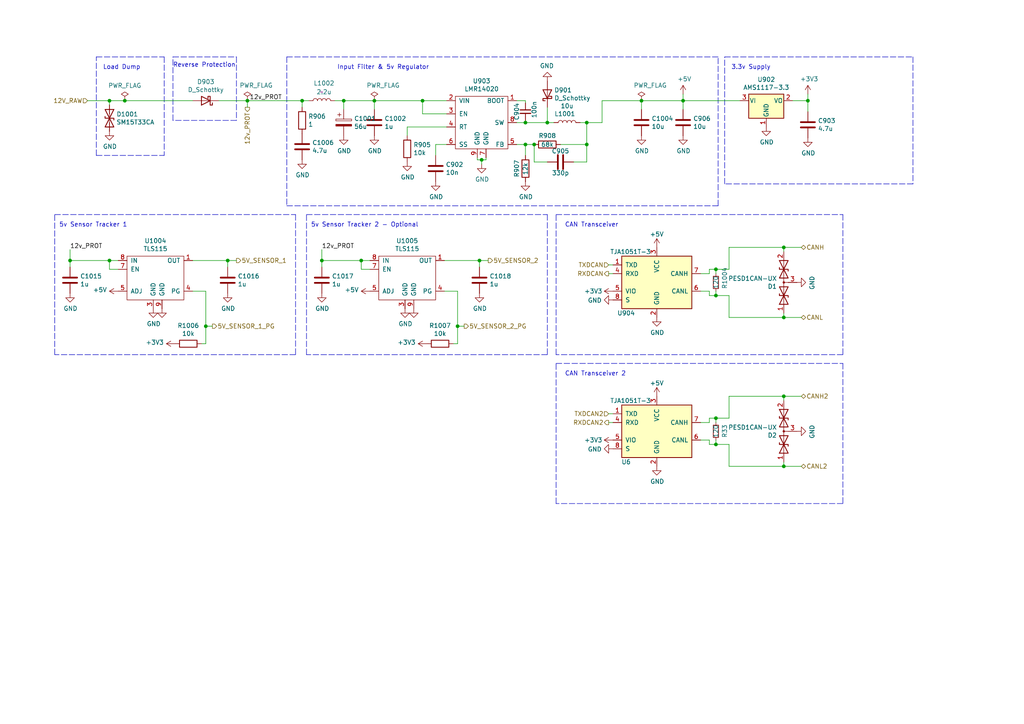
<source format=kicad_sch>
(kicad_sch (version 20211123) (generator eeschema)
  (paper "A4")
  (title_block (title "rusEfi Proteus") (date "2022-04-09") (rev "v0.7") (company "rusEFI") (comment 1 "github.com/mck1117/proteus") (comment 2 "rusefi.com/s/proteus"))
  (lib_symbols
    (symbol "Device:C" (pin_numbers hide) (pin_names (offset 0.254))
      (property "Reference" "C" (at 0.635 2.54 0))
      (property "Value" "C" (at 0.635 -2.54 0))
      (symbol "C_0_1"
        (polyline (pts (xy -2.032 -0.762) (xy 2.032 -0.762)) (stroke (width 0.508)))
        (polyline (pts (xy -2.032 0.762) (xy 2.032 0.762)) (stroke (width 0.508)))
      )
      (symbol "C_1_1"
        (pin passive line (at 0 3.81 270) (length 2.794) (name "~") (number "1"))
        (pin passive line (at 0 -3.81 90) (length 2.794) (name "~") (number "2"))
      )
    )
    (symbol "Device:CP" (pin_numbers hide) (pin_names (offset 0.254))
      (property "Reference" "C" (at 0.635 2.54 0))
      (property "Value" "Device_CP" (at 0.635 -2.54 0))
      (symbol "CP_0_1"
        (rectangle (start -2.286 0.508) (end 2.286 1.016))
        (polyline (pts (xy -1.778 2.286) (xy -0.762 2.286)))
        (polyline (pts (xy -1.27 2.794) (xy -1.27 1.778)))
        (rectangle (start 2.286 -0.508) (end -2.286 -1.016) (fill (type outline)))
      )
      (symbol "CP_1_1"
        (pin passive line (at 0 3.81 270) (length 2.794) (name "~") (number "1"))
        (pin passive line (at 0 -3.81 90) (length 2.794) (name "~") (number "2"))
      )
    )
    (symbol "Device:C_Small" (pin_numbers hide) (pin_names (offset 0.254) hide)
      (property "Reference" "C" (at 0.254 1.778 0))
      (property "Value" "C_Small" (at 0.254 -2.032 0))
      (symbol "C_Small_0_1"
        (polyline (pts (xy -1.524 -0.508) (xy 1.524 -0.508)) (stroke (width 0.3302)))
        (polyline (pts (xy -1.524 0.508) (xy 1.524 0.508)) (stroke (width 0.3048)))
      )
      (symbol "C_Small_1_1"
        (pin passive line (at 0 2.54 270) (length 2.032) (name "~") (number "1"))
        (pin passive line (at 0 -2.54 90) (length 2.032) (name "~") (number "2"))
      )
    )
    (symbol "Device:D_Schottky" (pin_numbers hide) (pin_names (offset 1.016) hide)
      (property "Reference" "D" (at 0 2.54 0))
      (property "Value" "D_Schottky" (at 0 -2.54 0))
      (symbol "D_Schottky_0_1"
        (polyline (pts (xy 1.27 0) (xy -1.27 0)))
        (polyline (pts (xy 1.27 1.27) (xy 1.27 -1.27) (xy -1.27 0) (xy 1.27 1.27)) (stroke (width 0.254)))
        (polyline (pts (xy -1.905 0.635) (xy -1.905 1.27) (xy -1.27 1.27) (xy -1.27 -1.27) (xy -0.635 -1.27) (xy -0.635 -0.635)) (stroke (width 0.254)))
      )
      (symbol "D_Schottky_1_1"
        (pin passive line (at -3.81 0 0) (length 2.54) (name "K") (number "1"))
        (pin passive line (at 3.81 0 180) (length 2.54) (name "A") (number "2"))
      )
    )
    (symbol "Device:D_TVS" (pin_numbers hide) (pin_names (offset 1.016) hide)
      (property "Reference" "D" (at 0 2.54 0))
      (property "Value" "D_TVS" (at 0 -2.54 0))
      (symbol "D_TVS_0_1"
        (polyline (pts (xy 1.27 0) (xy -1.27 0)))
        (polyline (pts (xy 0.508 1.27) (xy 0 1.27) (xy 0 -1.27) (xy -0.508 -1.27)) (stroke (width 0.254)))
        (polyline (pts (xy -2.54 1.27) (xy -2.54 -1.27) (xy 2.54 1.27) (xy 2.54 -1.27) (xy -2.54 1.27)) (stroke (width 0.254)))
      )
      (symbol "D_TVS_1_1"
        (pin passive line (at -3.81 0 0) (length 2.54) (name "A1") (number "1"))
        (pin passive line (at 3.81 0 180) (length 2.54) (name "A2") (number "2"))
      )
    )
    (symbol "Device:D_TVS_x2_AAC" (pin_names (offset 1.016) hide)
      (property "Reference" "D" (at 0 4.445 0))
      (property "Value" "Device_D_TVS_x2_AAC" (at 0 2.54 0))
      (symbol "D_TVS_x2_AAC_0_0"
        (polyline (pts (xy 0 -1.27) (xy 0 0)))
      )
      (symbol "D_TVS_x2_AAC_0_1"
        (polyline (pts (xy -6.35 0) (xy 6.35 0)))
        (polyline (pts (xy -3.302 1.27) (xy -3.81 1.27) (xy -3.81 -1.27) (xy -4.318 -1.27)) (stroke (width 0.254)))
        (polyline (pts (xy 4.318 1.27) (xy 3.81 1.27) (xy 3.81 -1.27) (xy 3.302 -1.27)) (stroke (width 0.254)))
        (polyline (pts (xy -6.35 1.27) (xy -1.27 -1.27) (xy -1.27 1.27) (xy -6.35 -1.27) (xy -6.35 1.27)) (stroke (width 0.254)))
        (polyline (pts (xy 6.35 1.27) (xy 1.27 -1.27) (xy 1.27 1.27) (xy 6.35 -1.27) (xy 6.35 1.27)) (stroke (width 0.254)))
        (circle (center 0 0) (radius 0.254) (fill (type outline)))
      )
      (symbol "D_TVS_x2_AAC_1_1"
        (pin passive line (at -8.89 0 0) (length 2.54) (name "A1") (number "1"))
        (pin passive line (at 8.89 0 180) (length 2.54) (name "A2") (number "2"))
        (pin input line (at 0 -3.81 90) (length 2.54) (name "common") (number "3"))
      )
    )
    (symbol "Device:L" (pin_numbers hide) (pin_names (offset 1.016) hide)
      (property "Reference" "L" (at -1.27 0 90))
      (property "Value" "L" (at 1.905 0 90))
      (symbol "L_0_1"
        (arc (start 0 -2.54) (mid 0.635 -1.905) (end 0 -1.27))
        (arc (start 0 -1.27) (mid 0.635 -0.635) (end 0 0))
        (arc (start 0 0) (mid 0.635 0.635) (end 0 1.27))
        (arc (start 0 1.27) (mid 0.635 1.905) (end 0 2.54))
      )
      (symbol "L_1_1"
        (pin passive line (at 0 3.81 270) (length 1.27) (name "1") (number "1"))
        (pin passive line (at 0 -3.81 90) (length 1.27) (name "2") (number "2"))
      )
    )
    (symbol "Device:R" (pin_numbers hide) (pin_names (offset 0))
      (property "Reference" "R" (at 2.032 0 90))
      (property "Value" "R" (at 0 0 90))
      (symbol "R_0_1"
        (rectangle (start -1.016 -2.54) (end 1.016 2.54) (stroke (width 0.254)))
      )
      (symbol "R_1_1"
        (pin passive line (at 0 3.81 270) (length 1.27) (name "~") (number "1"))
        (pin passive line (at 0 -3.81 90) (length 1.27) (name "~") (number "2"))
      )
    )
    (symbol "Device:R_Small" (pin_numbers hide) (pin_names (offset 0.254) hide)
      (property "Reference" "R" (at 0.762 0.508 0))
      (property "Value" "R_Small" (at 0.762 -1.016 0))
      (symbol "R_Small_0_1"
        (rectangle (start -0.762 1.778) (end 0.762 -1.778) (stroke (width 0.2032)))
      )
      (symbol "R_Small_1_1"
        (pin passive line (at 0 2.54 270) (length 0.762) (name "~") (number "1"))
        (pin passive line (at 0 -2.54 90) (length 0.762) (name "~") (number "2"))
      )
    )
    (symbol "Interface_CAN_LIN:TJA1051T-3" (pin_names (offset 1.016))
      (property "Reference" "U" (at -10.16 8.89 0))
      (property "Value" "TJA1051T-3" (at 1.27 8.89 0))
      (symbol "TJA1051T-3_0_1"
        (rectangle (start -10.16 7.62) (end 10.16 -7.62) (stroke (width 0.254)) (fill (type background)))
      )
      (symbol "TJA1051T-3_1_1"
        (pin input line (at -12.7 5.08 0) (length 2.54) (name "TXD") (number "1"))
        (pin power_in line (at 0 -10.16 90) (length 2.54) (name "GND") (number "2"))
        (pin power_in line (at 0 10.16 270) (length 2.54) (name "VCC") (number "3"))
        (pin output line (at -12.7 2.54 0) (length 2.54) (name "RXD") (number "4"))
        (pin power_in line (at -12.7 -2.54 0) (length 2.54) (name "VIO") (number "5"))
        (pin bidirectional line (at 12.7 -2.54 180) (length 2.54) (name "CANL") (number "6"))
        (pin bidirectional line (at 12.7 2.54 180) (length 2.54) (name "CANH") (number "7"))
        (pin input line (at -12.7 -5.08 0) (length 2.54) (name "S") (number "8"))
      )
    )
    (symbol "Regulator_Linear:AMS1117-3.3" (pin_names (offset 0.254))
      (property "Reference" "U" (at -3.81 3.175 0))
      (property "Value" "AMS1117-3.3" (at 0 3.175 0))
      (symbol "AMS1117-3.3_0_1"
        (rectangle (start -5.08 -5.08) (end 5.08 1.905) (stroke (width 0.254)) (fill (type background)))
      )
      (symbol "AMS1117-3.3_1_1"
        (pin power_in line (at 0 -7.62 90) (length 2.54) (name "GND") (number "1"))
        (pin power_out line (at 7.62 0 180) (length 2.54) (name "VO") (number "2"))
        (pin power_in line (at -7.62 0 0) (length 2.54) (name "VI") (number "3"))
      )
    )
    (symbol "infineon_psu:TLS115" (pin_names (offset 1.016))
      (property "Reference" "U" (at -6.35 -10.16 0))
      (property "Value" "TLS115" (at -3.81 5.08 0))
      (symbol "TLS115_0_1"
        (rectangle (start -7.62 3.81) (end 8.89 -8.89))
      )
      (symbol "TLS115_1_1"
        (pin output line (at 11.43 2.54 180) (length 2.54) (name "OUT") (number "1"))
        (pin no_connect line (at 0 0 0) (length 2.54) hide (name "~") (number "2"))
        (pin power_in line (at 0 -11.43 90) (length 2.54) (name "GND") (number "3"))
        (pin open_collector line (at 11.43 -6.35 180) (length 2.54) (name "PG") (number "4"))
        (pin input line (at -10.16 -6.35 0) (length 2.54) (name "ADJ") (number "5"))
        (pin no_connect line (at 0 -2.54 0) (length 2.54) hide (name "~") (number "6"))
        (pin input line (at -10.16 0 0) (length 2.54) (name "EN") (number "7"))
        (pin power_in line (at -10.16 2.54 0) (length 2.54) (name "IN") (number "8"))
        (pin power_in line (at 2.54 -11.43 90) (length 2.54) (name "GND") (number "9"))
      )
    )
    (symbol "lmr14020:LMR14020" (pin_names (offset 1.016))
      (property "Reference" "U" (at -3.81 -11.43 0))
      (property "Value" "LMR14020" (at 2.54 8.89 0))
      (symbol "LMR14020_0_1"
        (rectangle (start -5.08 -8.89) (end 10.16 6.35))
      )
      (symbol "LMR14020_1_1"
        (pin bidirectional line (at 12.7 5.08 180) (length 2.54) (name "BOOT") (number "1"))
        (pin power_in line (at -7.62 5.08 0) (length 2.54) (name "VIN") (number "2"))
        (pin input line (at -7.62 1.27 0) (length 2.54) (name "EN") (number "3"))
        (pin bidirectional line (at -7.62 -2.54 0) (length 2.54) (name "RT") (number "4"))
        (pin input line (at 12.7 -7.62 180) (length 2.54) (name "FB") (number "5"))
        (pin bidirectional line (at -7.62 -7.62 0) (length 2.54) (name "SS") (number "6"))
        (pin power_in line (at 3.81 -11.43 90) (length 2.54) (name "GND") (number "7"))
        (pin power_out line (at 12.7 -1.27 180) (length 2.54) (name "SW") (number "8"))
        (pin power_in line (at 1.27 -11.43 90) (length 2.54) (name "GND") (number "9"))
      )
    )
    (symbol "power:+3.3V" (power) (pin_names (offset 0))
      (property "Value" "+3.3V" (at 0 3.556 0))
      (symbol "+3.3V_0_1"
        (polyline (pts (xy -0.762 1.27) (xy 0 2.54)))
        (polyline (pts (xy 0 0) (xy 0 2.54)))
        (polyline (pts (xy 0 2.54) (xy 0.762 1.27)))
      )
      (symbol "+3.3V_1_1"
        (pin power_in line (at 0 0 90) (length 0) hide (name "+3V3") (number "1"))
      )
    )
    (symbol "power:+5V" (power) (pin_names (offset 0))
      (property "Value" "+5V" (at 0 3.556 0))
      (symbol "+5V_0_1"
        (polyline (pts (xy -0.762 1.27) (xy 0 2.54)))
        (polyline (pts (xy 0 0) (xy 0 2.54)))
        (polyline (pts (xy 0 2.54) (xy 0.762 1.27)))
      )
      (symbol "+5V_1_1"
        (pin power_in line (at 0 0 90) (length 0) hide (name "+5V") (number "1"))
      )
    )
    (symbol "power:GND" (power) (pin_names (offset 0))
      (property "Value" "GND" (at 0 -3.81 0))
      (symbol "GND_0_1"
        (polyline (pts (xy 0 0) (xy 0 -1.27) (xy 1.27 -1.27) (xy 0 -2.54) (xy -1.27 -1.27) (xy 0 -1.27)))
      )
      (symbol "GND_1_1"
        (pin power_in line (at 0 0 270) (length 0) hide (name "GND") (number "1"))
      )
    )
    (symbol "power:PWR_FLAG" (power) (pin_numbers hide) (pin_names (offset 0) hide)
      (property "Value" "PWR_FLAG" (at 0 3.81 0))
      (symbol "PWR_FLAG_0_0"
        (pin power_out line (at 0 0 90) (length 0) (name "pwr") (number "1"))
      )
      (symbol "PWR_FLAG_0_1"
        (polyline (pts (xy 0 0) (xy 0 1.27) (xy -1.016 1.905) (xy 0 2.54) (xy 1.016 1.905) (xy 0 1.27)))
      )
    )
  )
  (junction (at 36.195 29.21))
  (junction (at 108.585 29.21))
  (junction (at 170.18 35.56))
  (junction (at 122.555 29.21))
  (junction (at 152.4 41.91))
  (junction (at 139.7 46.355))
  (junction (at 207.645 78.105))
  (junction (at 20.32 75.565))
  (junction (at 227.33 114.935))
  (junction (at 207.645 128.905))
  (junction (at 227.33 92.075))
  (junction (at 87.63 29.21))
  (junction (at 66.04 75.565))
  (junction (at 59.69 94.615))
  (junction (at 104.775 75.565))
  (junction (at 158.75 35.56))
  (junction (at 198.12 29.21))
  (junction (at 132.715 94.615))
  (junction (at 186.055 29.21))
  (junction (at 93.345 75.565))
  (junction (at 139.065 75.565))
  (junction (at 99.695 29.21))
  (junction (at 207.645 85.725))
  (junction (at 234.315 29.21))
  (junction (at 31.75 75.565))
  (junction (at 170.18 41.91))
  (junction (at 71.755 29.21))
  (junction (at 152.4 35.56))
  (junction (at 207.645 121.285))
  (junction (at 227.33 71.755))
  (junction (at 154.94 41.91))
  (junction (at 227.33 135.255))
  (junction (at 31.75 29.21))
  (wire (pts (xy 205.74 127.635) (xy 205.74 128.905)))
  (polyline (pts (xy 158.75 102.87) (xy 88.9 102.87)))
  (wire (pts (xy 132.715 84.455) (xy 132.715 94.615)))
  (wire (pts (xy 207.645 121.285) (xy 211.455 121.285)))
  (wire (pts (xy 229.87 29.21) (xy 234.315 29.21)))
  (wire (pts (xy 170.18 41.91) (xy 170.18 46.99)))
  (polyline (pts (xy 161.29 146.05) (xy 161.29 105.41)))
  (wire (pts (xy 227.33 71.755) (xy 211.455 71.755)))
  (polyline (pts (xy 158.75 62.23) (xy 158.75 102.87)))
  (wire (pts (xy 99.695 29.21) (xy 99.695 31.75)))
  (polyline (pts (xy 88.9 62.23) (xy 158.75 62.23)))
  (wire (pts (xy 176.53 122.555) (xy 177.8 122.555)))
  (wire (pts (xy 36.195 29.21) (xy 31.75 29.21)))
  (wire (pts (xy 68.58 75.565) (xy 66.04 75.565)))
  (wire (pts (xy 134.62 94.615) (xy 132.715 94.615)))
  (wire (pts (xy 61.595 94.615) (xy 59.69 94.615)))
  (wire (pts (xy 152.4 41.91) (xy 152.4 45.085)))
  (wire (pts (xy 207.645 78.105) (xy 205.74 78.105)))
  (polyline (pts (xy 50.165 16.51) (xy 68.58 16.51)))
  (wire (pts (xy 152.4 41.91) (xy 154.94 41.91)))
  (wire (pts (xy 152.4 34.925) (xy 152.4 35.56)))
  (wire (pts (xy 205.74 79.375) (xy 205.74 78.105)))
  (wire (pts (xy 232.41 114.935) (xy 227.33 114.935)))
  (wire (pts (xy 211.455 128.905) (xy 207.645 128.905)))
  (wire (pts (xy 140.97 46.355) (xy 140.97 45.72)))
  (wire (pts (xy 108.585 29.21) (xy 122.555 29.21)))
  (polyline (pts (xy 27.94 45.085) (xy 27.94 16.51)))
  (wire (pts (xy 203.2 122.555) (xy 205.74 122.555)))
  (wire (pts (xy 207.645 78.105) (xy 211.455 78.105)))
  (wire (pts (xy 31.75 78.105) (xy 31.75 75.565)))
  (wire (pts (xy 126.365 45.085) (xy 126.365 41.91)))
  (wire (pts (xy 87.63 29.21) (xy 87.63 31.115)))
  (polyline (pts (xy 208.28 16.51) (xy 83.185 16.51)))
  (wire (pts (xy 132.715 99.695) (xy 132.715 94.615)))
  (wire (pts (xy 138.43 46.355) (xy 139.7 46.355)))
  (wire (pts (xy 174.625 35.56) (xy 174.625 29.21)))
  (wire (pts (xy 131.445 99.695) (xy 132.715 99.695)))
  (wire (pts (xy 107.315 78.105) (xy 104.775 78.105)))
  (wire (pts (xy 55.88 75.565) (xy 66.04 75.565)))
  (wire (pts (xy 227.33 71.755) (xy 227.33 73.025)))
  (wire (pts (xy 211.455 85.725) (xy 207.645 85.725)))
  (polyline (pts (xy 88.9 102.87) (xy 88.9 62.23)))
  (wire (pts (xy 227.33 135.255) (xy 211.455 135.255)))
  (polyline (pts (xy 264.795 16.51) (xy 264.795 53.34)))
  (wire (pts (xy 198.12 27.305) (xy 198.12 29.21)))
  (wire (pts (xy 162.56 41.91) (xy 170.18 41.91)))
  (wire (pts (xy 227.33 92.075) (xy 211.455 92.075)))
  (polyline (pts (xy 208.28 59.69) (xy 208.28 16.51)))
  (wire (pts (xy 122.555 29.21) (xy 122.555 33.02)))
  (polyline (pts (xy 210.185 53.34) (xy 210.185 16.51)))
  (wire (pts (xy 170.18 35.56) (xy 174.625 35.56)))
  (wire (pts (xy 152.4 29.21) (xy 152.4 29.845)))
  (wire (pts (xy 139.7 46.355) (xy 140.97 46.355)))
  (polyline (pts (xy 210.185 16.51) (xy 264.795 16.51)))
  (wire (pts (xy 177.8 120.015) (xy 176.53 120.015)))
  (wire (pts (xy 154.94 46.99) (xy 154.94 41.91)))
  (wire (pts (xy 99.695 29.21) (xy 108.585 29.21)))
  (wire (pts (xy 177.8 76.835) (xy 176.53 76.835)))
  (wire (pts (xy 176.53 79.375) (xy 177.8 79.375)))
  (wire (pts (xy 207.645 79.375) (xy 207.645 78.105)))
  (wire (pts (xy 203.2 84.455) (xy 205.74 84.455)))
  (wire (pts (xy 108.585 31.75) (xy 108.585 29.21)))
  (wire (pts (xy 227.33 92.075) (xy 227.33 90.805)))
  (wire (pts (xy 234.315 27.305) (xy 234.315 29.21)))
  (polyline (pts (xy 244.475 105.41) (xy 244.475 146.05)))
  (polyline (pts (xy 47.625 16.51) (xy 47.625 45.085)))
  (wire (pts (xy 118.11 36.83) (xy 129.54 36.83)))
  (wire (pts (xy 55.88 84.455) (xy 59.69 84.455)))
  (polyline (pts (xy 85.725 62.23) (xy 85.725 102.87)))
  (polyline (pts (xy 27.94 16.51) (xy 47.625 16.51)))
  (polyline (pts (xy 83.185 59.69) (xy 208.28 59.69)))
  (wire (pts (xy 58.42 99.695) (xy 59.69 99.695)))
  (wire (pts (xy 227.33 114.935) (xy 227.33 116.205)))
  (wire (pts (xy 227.33 135.255) (xy 227.33 133.985)))
  (wire (pts (xy 207.645 121.285) (xy 205.74 121.285)))
  (wire (pts (xy 186.055 29.21) (xy 198.12 29.21)))
  (wire (pts (xy 63.5 29.21) (xy 71.755 29.21)))
  (wire (pts (xy 198.12 29.21) (xy 198.12 31.75)))
  (wire (pts (xy 232.41 71.755) (xy 227.33 71.755)))
  (wire (pts (xy 118.11 39.37) (xy 118.11 36.83)))
  (wire (pts (xy 97.155 29.21) (xy 99.695 29.21)))
  (polyline (pts (xy 83.185 16.51) (xy 83.185 59.69)))
  (wire (pts (xy 20.32 77.47) (xy 20.32 75.565)))
  (polyline (pts (xy 244.475 146.05) (xy 161.29 146.05)))
  (wire (pts (xy 128.905 75.565) (xy 139.065 75.565)))
  (wire (pts (xy 186.055 29.21) (xy 186.055 31.75)))
  (wire (pts (xy 122.555 29.21) (xy 129.54 29.21)))
  (polyline (pts (xy 161.29 105.41) (xy 244.475 105.41)))
  (wire (pts (xy 34.29 78.105) (xy 31.75 78.105)))
  (wire (pts (xy 149.86 41.91) (xy 152.4 41.91)))
  (wire (pts (xy 211.455 135.255) (xy 211.455 128.905)))
  (wire (pts (xy 31.75 75.565) (xy 34.29 75.565)))
  (wire (pts (xy 87.63 29.21) (xy 89.535 29.21)))
  (wire (pts (xy 93.345 72.39) (xy 93.345 75.565)))
  (wire (pts (xy 211.455 114.935) (xy 211.455 121.285)))
  (wire (pts (xy 139.065 75.565) (xy 139.065 77.47)))
  (wire (pts (xy 93.345 77.47) (xy 93.345 75.565)))
  (wire (pts (xy 126.365 41.91) (xy 129.54 41.91)))
  (wire (pts (xy 31.75 29.21) (xy 31.75 30.48)))
  (wire (pts (xy 170.18 41.91) (xy 170.18 35.56)))
  (wire (pts (xy 207.645 84.455) (xy 207.645 85.725)))
  (wire (pts (xy 207.645 127.635) (xy 207.645 128.905)))
  (polyline (pts (xy 15.875 102.87) (xy 15.875 62.23)))
  (wire (pts (xy 207.645 128.905) (xy 205.74 128.905)))
  (wire (pts (xy 122.555 33.02) (xy 129.54 33.02)))
  (wire (pts (xy 158.75 46.99) (xy 154.94 46.99)))
  (wire (pts (xy 128.905 84.455) (xy 132.715 84.455)))
  (polyline (pts (xy 50.165 34.925) (xy 50.165 16.51)))
  (wire (pts (xy 20.32 75.565) (xy 31.75 75.565)))
  (polyline (pts (xy 15.875 62.23) (xy 85.725 62.23)))
  (wire (pts (xy 232.41 92.075) (xy 227.33 92.075)))
  (polyline (pts (xy 85.725 102.87) (xy 15.875 102.87)))
  (wire (pts (xy 149.86 29.21) (xy 152.4 29.21)))
  (wire (pts (xy 59.69 99.695) (xy 59.69 94.615)))
  (wire (pts (xy 149.86 35.56) (xy 152.4 35.56)))
  (wire (pts (xy 104.775 78.105) (xy 104.775 75.565)))
  (wire (pts (xy 25.4 29.21) (xy 31.75 29.21)))
  (polyline (pts (xy 161.29 62.23) (xy 244.475 62.23)))
  (wire (pts (xy 207.645 85.725) (xy 205.74 85.725)))
  (wire (pts (xy 207.645 122.555) (xy 207.645 121.285)))
  (polyline (pts (xy 27.94 45.085) (xy 47.625 45.085)))
  (wire (pts (xy 168.275 35.56) (xy 170.18 35.56)))
  (wire (pts (xy 55.88 29.21) (xy 36.195 29.21)))
  (wire (pts (xy 71.755 29.21) (xy 87.63 29.21)))
  (wire (pts (xy 174.625 29.21) (xy 186.055 29.21)))
  (polyline (pts (xy 68.58 16.51) (xy 68.58 34.925)))
  (wire (pts (xy 211.455 71.755) (xy 211.455 78.105)))
  (wire (pts (xy 198.12 29.21) (xy 214.63 29.21)))
  (wire (pts (xy 205.74 84.455) (xy 205.74 85.725)))
  (wire (pts (xy 158.75 35.56) (xy 160.655 35.56)))
  (wire (pts (xy 211.455 92.075) (xy 211.455 85.725)))
  (wire (pts (xy 66.04 75.565) (xy 66.04 77.47)))
  (wire (pts (xy 59.69 84.455) (xy 59.69 94.615)))
  (wire (pts (xy 234.315 29.21) (xy 234.315 32.385)))
  (wire (pts (xy 141.605 75.565) (xy 139.065 75.565)))
  (wire (pts (xy 205.74 122.555) (xy 205.74 121.285)))
  (wire (pts (xy 138.43 45.72) (xy 138.43 46.355)))
  (wire (pts (xy 232.41 135.255) (xy 227.33 135.255)))
  (wire (pts (xy 93.345 75.565) (xy 104.775 75.565)))
  (polyline (pts (xy 244.475 102.87) (xy 161.29 102.87)))
  (wire (pts (xy 227.33 114.935) (xy 211.455 114.935)))
  (wire (pts (xy 104.775 75.565) (xy 107.315 75.565)))
  (wire (pts (xy 139.7 47.625) (xy 139.7 46.355)))
  (wire (pts (xy 20.32 72.39) (xy 20.32 75.565)))
  (polyline (pts (xy 68.58 34.925) (xy 50.165 34.925)))
  (wire (pts (xy 203.2 79.375) (xy 205.74 79.375)))
  (wire (pts (xy 170.18 46.99) (xy 166.37 46.99)))
  (wire (pts (xy 152.4 35.56) (xy 158.75 35.56)))
  (wire (pts (xy 203.2 127.635) (xy 205.74 127.635)))
  (wire (pts (xy 158.75 31.115) (xy 158.75 35.56)))
  (wire (pts (xy 71.755 31.115) (xy 71.755 29.21)))
  (polyline (pts (xy 244.475 62.23) (xy 244.475 102.87)))
  (polyline (pts (xy 161.29 102.87) (xy 161.29 62.23)))
  (polyline (pts (xy 264.795 53.34) (xy 210.185 53.34)))
  (text "5v Sensor Tracker 1" (at 17.145 66.04 0) (effects (font (size 1.27 1.27)) (justify left bottom)))
  (text "CAN Transceiver" (at 163.83 66.04 0) (effects (font (size 1.27 1.27)) (justify left bottom)))
  (text "Load Dump" (at 29.845 20.32 0) (effects (font (size 1.27 1.27)) (justify left bottom)))
  (text "Input Filter & 5v Regulator" (at 97.79 20.32 0) (effects (font (size 1.27 1.27)) (justify left bottom)))
  (text "Reverse Protection" (at 50.165 19.685 0) (effects (font (size 1.27 1.27)) (justify left bottom)))
  (text "3.3v Supply" (at 212.09 20.32 0) (effects (font (size 1.27 1.27)) (justify left bottom)))
  (text "5v Sensor Tracker 2 - Optional" (at 90.17 66.04 0) (effects (font (size 1.27 1.27)) (justify left bottom)))
  (text "CAN Transceiver 2" (at 163.83 109.22 0) (effects (font (size 1.27 1.27)) (justify left bottom)))
  (label "12v_PROT" (at 20.32 72.39 0))
  (label "12v_PROT" (at 72.39 29.21 0))
  (label "12v_PROT" (at 93.345 72.39 0))
  (hierarchical_label "RXDCAN" (shape output) (at 176.53 79.375 180))
  (hierarchical_label "5V_SENSOR_2_PG" (shape output) (at 134.62 94.615 0))
  (hierarchical_label "5V_SENSOR_1" (shape output) (at 68.58 75.565 0))
  (hierarchical_label "12V_RAW" (shape input) (at 25.4 29.21 180))
  (hierarchical_label "TXDCAN2" (shape input) (at 176.53 120.015 180))
  (hierarchical_label "12v_PROT" (shape output) (at 71.755 31.115 270))
  (hierarchical_label "CANL" (shape bidirectional) (at 232.41 92.075 0))
  (hierarchical_label "5V_SENSOR_1_PG" (shape output) (at 61.595 94.615 0))
  (hierarchical_label "CANH" (shape bidirectional) (at 232.41 71.755 0))
  (hierarchical_label "CANH2" (shape bidirectional) (at 232.41 114.935 0))
  (hierarchical_label "5V_SENSOR_2" (shape output) (at 141.605 75.565 0))
  (hierarchical_label "TXDCAN" (shape input) (at 176.53 76.835 180))
  (hierarchical_label "CANL2" (shape bidirectional) (at 232.41 135.255 0))
  (hierarchical_label "RXDCAN2" (shape output) (at 176.53 122.555 180))
  (symbol (lib_id "Device:L") (at 164.465 35.56 90) (unit 1)
    (property "Reference" "L1001" (at 163.83 33.02 90))
    (property "Value" "10u" (at 164.465 30.734 90))
    (property "Footprint" "sunlord-MWSA0503:MWSA0503" (effects hide))
    (property "LCSC" "C408412" (effects hide))
    (property "LCSC_ext" "1" (effects hide))
    (property "possible_not_ext" "1" (effects hide))
  )
  (symbol (lib_id "Device:C") (at 186.055 35.56 0) (unit 1)
    (property "Reference" "C1004" (at 188.976 34.3916 0) (effects (justify left)))
    (property "Value" "10u" (at 188.976 36.703 0) (effects (justify left)))
    (property "Footprint" "Capacitor_SMD:C_1206_3216Metric" (effects hide))
    (property "LCSC" "C13585" (effects hide))
    (property "LCSC_ext" "0" (effects hide))
  )
  (symbol (lib_id "power:GND") (at 186.055 39.37 0) (unit 1)
    (property "Reference" "#PWR0102" (effects hide))
    (property "Value" "GND" (at 186.182 43.7642 0))
  )
  (symbol (lib_id "power:GND") (at 99.695 39.37 0) (unit 1)
    (property "Reference" "#PWR0103" (effects hide))
    (property "Value" "GND" (at 99.822 43.7642 0))
  )
  (symbol (lib_id "power:+5V") (at 198.12 27.305 0) (unit 1)
    (property "Reference" "#PWR0105" (effects hide))
    (property "Value" "+5V" (at 198.501 22.9108 0))
  )
  (symbol (lib_id "Device:C") (at 108.585 35.56 0) (unit 1)
    (property "Reference" "C1002" (at 111.506 34.3916 0) (effects (justify left)))
    (property "Value" "1u" (at 111.506 36.703 0) (effects (justify left)))
    (property "Footprint" "Capacitor_SMD:C_0603_1608Metric" (effects hide))
    (property "LCSC" "C15849" (effects hide))
    (property "LCSC_ext" "0" (effects hide))
  )
  (symbol (lib_id "power:GND") (at 108.585 39.37 0) (unit 1)
    (property "Reference" "#PWR0106" (effects hide))
    (property "Value" "GND" (at 108.712 43.7642 0))
  )
  (symbol (lib_id "Device:R_Small") (at 207.645 81.915 0) (mirror y) (unit 1)
    (property "Reference" "R1004" (at 210.185 83.82 90) (effects (justify left)))
    (property "Value" "120" (at 207.645 83.82 90) (effects (justify left)))
    (property "Footprint" "Resistor_SMD:R_0603_1608Metric" (effects hide))
    (property "LCSC" "C22787" (effects hide))
    (property "LCSC_ext" "0" (effects hide))
  )
  (symbol (lib_id "Device:D_TVS") (at 31.75 34.29 270) (unit 1)
    (property "Reference" "D1001" (at 33.7566 33.1216 90) (effects (justify left)))
    (property "Value" "SM15T33CA" (at 33.7566 35.433 90) (effects (justify left)))
    (property "Footprint" "Diode_SMD:D_SMC" (effects hide))
    (property "PN" "SM15T33CA" (effects hide))
    (property "LCSC" "C151281" (effects hide))
    (property "LCSC_ext" "1" (effects hide))
    (property "possible_not_ext" "1" (effects hide))
  )
  (symbol (lib_id "power:GND") (at 31.75 38.1 0) (unit 1)
    (property "Reference" "#PWR01001" (effects hide))
    (property "Value" "GND" (at 31.877 42.4942 0))
  )
  (symbol (lib_id "Device:CP") (at 99.695 35.56 0) (unit 1)
    (property "Reference" "C1001" (at 102.6922 34.3916 0) (effects (justify left)))
    (property "Value" "56u" (at 102.6922 36.703 0) (effects (justify left)))
    (property "Footprint" "Capacitor_THT:CP_Radial_D8.0mm_P3.50mm" (effects hide))
    (property "PN" "EEH-AZF1H560B" (effects hide))
    (property "LCSC" "N/A" (effects hide))
  )
  (symbol (lib_id "power:+3.3V") (at 234.315 27.305 0) (unit 1)
    (property "Reference" "#PWR01017" (effects hide))
    (property "Value" "+3.3V" (at 234.696 22.9108 0))
  )
  (symbol (lib_id "Device:L") (at 93.345 29.21 90) (unit 1)
    (property "Reference" "L1002" (at 93.98 24.13 90))
    (property "Value" "2.2u" (at 93.98 26.67 90))
    (property "Footprint" "Inductor_SMD:L_1210_3225Metric" (effects hide))
    (property "Datasheet" "~" (at 93.345 26.67 90))
    (property "PN" "SRN3015TA-2R2M" (effects hide))
    (property "LCSC" "C36828" (effects hide))
    (property "LCSC_ext" "1" (effects hide))
    (property "possible_not_ext" "1" (effects hide))
  )
  (symbol (lib_id "Device:C") (at 87.63 42.545 0) (unit 1)
    (property "Reference" "C1006" (at 90.551 41.3766 0) (effects (justify left)))
    (property "Value" "4.7u" (at 90.551 43.688 0) (effects (justify left)))
    (property "Footprint" "Capacitor_SMD:C_0603_1608Metric" (effects hide))
    (property "LCSC" "C19666" (effects hide))
    (property "LCSC_ext" "0" (effects hide))
  )
  (symbol (lib_id "power:GND") (at 87.63 46.355 0) (unit 1)
    (property "Reference" "#PWR0111" (effects hide))
    (property "Value" "GND" (at 87.757 50.7492 0))
  )
  (symbol (lib_id "infineon_psu:TLS115") (at 44.45 78.105 0) (unit 1)
    (property "Reference" "U1004" (at 45.085 69.85 0))
    (property "Value" "TLS115" (at 45.085 72.1614 0))
    (property "Footprint" "Package_SO:Infineon_PG-DSO-8-43" (effects hide))
    (property "PN" "TLS115D0E" (effects hide))
    (property "LCSC" "N/A" (effects hide))
  )
  (symbol (lib_id "power:+5V") (at 34.29 84.455 90) (unit 1)
    (property "Reference" "#PWR01028" (effects hide))
    (property "Value" "+5V" (at 31.0388 84.074 90) (effects (justify left)))
  )
  (symbol (lib_id "power:GND") (at 44.45 89.535 0) (unit 1)
    (property "Reference" "#PWR01034" (effects hide))
    (property "Value" "GND" (at 44.577 93.9292 0))
  )
  (symbol (lib_id "power:GND") (at 46.99 89.535 0) (unit 1)
    (property "Reference" "#PWR01035" (effects hide))
    (property "Value" "GND" (effects hide))
  )
  (symbol (lib_id "Device:C") (at 66.04 81.28 0) (unit 1)
    (property "Reference" "C1016" (at 68.961 80.1116 0) (effects (justify left)))
    (property "Value" "1u" (at 68.961 82.423 0) (effects (justify left)))
    (property "Footprint" "Capacitor_SMD:C_0603_1608Metric" (effects hide))
    (property "LCSC" "C15849" (effects hide))
    (property "LCSC_ext" "0" (effects hide))
  )
  (symbol (lib_id "power:GND") (at 66.04 85.09 0) (unit 1)
    (property "Reference" "#PWR01031" (effects hide))
    (property "Value" "GND" (at 66.167 89.4842 0))
  )
  (symbol (lib_id "Device:C") (at 20.32 81.28 0) (unit 1)
    (property "Reference" "C1015" (at 23.241 80.1116 0) (effects (justify left)))
    (property "Value" "1u" (at 23.241 82.423 0) (effects (justify left)))
    (property "Footprint" "Capacitor_SMD:C_0603_1608Metric" (effects hide))
    (property "LCSC" "C15849" (effects hide))
    (property "LCSC_ext" "0" (effects hide))
  )
  (symbol (lib_id "power:GND") (at 20.32 85.09 0) (unit 1)
    (property "Reference" "#PWR01030" (effects hide))
    (property "Value" "GND" (at 20.447 89.4842 0))
  )
  (symbol (lib_id "Device:R") (at 54.61 99.695 270) (unit 1)
    (property "Reference" "R1006" (at 54.61 94.4372 90))
    (property "Value" "10k" (at 54.61 96.7486 90))
    (property "Footprint" "Resistor_SMD:R_0402_1005Metric" (effects hide))
    (property "LCSC" "C25744" (effects hide))
    (property "LCSC_ext" "0" (effects hide))
  )
  (symbol (lib_id "power:+3.3V") (at 50.8 99.695 90) (unit 1)
    (property "Reference" "#PWR01038" (effects hide))
    (property "Value" "+3.3V" (at 47.5488 99.314 90) (effects (justify left)))
  )
  (symbol (lib_id "Device:D_Schottky") (at 59.69 29.21 180) (unit 1)
    (property "Reference" "D903" (at 59.69 23.7236 0))
    (property "Value" "D_Schottky" (at 59.69 26.035 0))
    (property "Footprint" "Diode_SMD:D_SMA" (effects hide))
    (property "LCSC" "C8678" (effects hide))
    (property "LCSC_ext" "0" (effects hide))
  )
  (symbol (lib_id "power:+5V") (at 107.315 84.455 90) (unit 1)
    (property "Reference" "#PWR01029" (effects hide))
    (property "Value" "+5V" (at 104.0638 84.074 90) (effects (justify left)))
  )
  (symbol (lib_id "power:GND") (at 117.475 89.535 0) (unit 1)
    (property "Reference" "#PWR01036" (effects hide))
    (property "Value" "GND" (at 117.602 93.9292 0))
  )
  (symbol (lib_id "power:GND") (at 120.015 89.535 0) (unit 1)
    (property "Reference" "#PWR01037" (effects hide))
    (property "Value" "GND" (effects hide))
  )
  (symbol (lib_id "Device:C") (at 139.065 81.28 0) (unit 1)
    (property "Reference" "C1018" (at 141.986 80.1116 0) (effects (justify left)))
    (property "Value" "1u" (at 141.986 82.423 0) (effects (justify left)))
    (property "Footprint" "Capacitor_SMD:C_0603_1608Metric" (effects hide))
    (property "LCSC" "C15849" (effects hide))
    (property "LCSC_ext" "0" (effects hide))
  )
  (symbol (lib_id "power:GND") (at 139.065 85.09 0) (unit 1)
    (property "Reference" "#PWR01033" (effects hide))
    (property "Value" "GND" (at 139.192 89.4842 0))
  )
  (symbol (lib_id "Device:C") (at 93.345 81.28 0) (unit 1)
    (property "Reference" "C1017" (at 96.266 80.1116 0) (effects (justify left)))
    (property "Value" "1u" (at 96.266 82.423 0) (effects (justify left)))
    (property "Footprint" "Capacitor_SMD:C_0603_1608Metric" (effects hide))
    (property "LCSC" "C15849" (effects hide))
    (property "LCSC_ext" "0" (effects hide))
  )
  (symbol (lib_id "power:GND") (at 93.345 85.09 0) (unit 1)
    (property "Reference" "#PWR01032" (effects hide))
    (property "Value" "GND" (at 93.472 89.4842 0))
  )
  (symbol (lib_id "infineon_psu:TLS115") (at 117.475 78.105 0) (unit 1)
    (property "Reference" "U1005" (at 118.11 69.85 0))
    (property "Value" "TLS115" (at 118.11 72.1614 0))
    (property "Footprint" "Package_SO:Infineon_PG-DSO-8-43" (effects hide))
    (property "PN" "TLS115D0E" (effects hide))
    (property "LCSC" "N/A" (effects hide))
  )
  (symbol (lib_id "power:+3.3V") (at 123.825 99.695 90) (unit 1)
    (property "Reference" "#PWR01039" (effects hide))
    (property "Value" "+3.3V" (at 120.5738 99.314 90) (effects (justify left)))
  )
  (symbol (lib_id "Device:R") (at 127.635 99.695 270) (unit 1)
    (property "Reference" "R1007" (at 127.635 94.4372 90))
    (property "Value" "10k" (at 127.635 96.7486 90))
    (property "Footprint" "Resistor_SMD:R_0402_1005Metric" (effects hide))
    (property "LCSC" "C25744" (effects hide))
    (property "LCSC_ext" "0" (effects hide))
  )
  (symbol (lib_id "Device:C") (at 234.315 36.195 0) (unit 1)
    (property "Reference" "C903" (at 237.236 35.0266 0) (effects (justify left)))
    (property "Value" "4.7u" (at 237.236 37.338 0) (effects (justify left)))
    (property "Footprint" "Capacitor_SMD:C_0603_1608Metric" (effects hide))
    (property "LCSC" "C19666" (effects hide))
    (property "LCSC_ext" "0" (effects hide))
  )
  (symbol (lib_id "power:GND") (at 234.315 40.005 0) (unit 1)
    (property "Reference" "#PWR0243" (effects hide))
    (property "Value" "GND" (at 234.442 44.3992 0))
  )
  (symbol (lib_id "Device:D_TVS_x2_AAC") (at 227.33 81.915 90) (unit 1)
    (property "Reference" "D1" (at 225.3488 83.0834 90) (effects (justify left)))
    (property "Value" "PESD1CAN-UX" (at 225.3488 80.772 90) (effects (justify left)))
    (property "Footprint" "Package_TO_SOT_SMD:SOT-323_SC-70" (effects hide))
    (property "PN" "PESD1CAN-UX" (effects hide))
    (property "LCSC" "C152727" (effects hide))
    (property "LCSC_ext" "1" (effects hide))
  )
  (symbol (lib_id "power:PWR_FLAG") (at 71.755 29.21 0) (unit 1)
    (property "Reference" "#FLG0101" (effects hide))
    (property "Value" "PWR_FLAG" (at 74.295 24.765 0))
  )
  (symbol (lib_id "power:PWR_FLAG") (at 36.195 29.21 0) (unit 1)
    (property "Reference" "#FLG0102" (effects hide))
    (property "Value" "PWR_FLAG" (at 36.195 24.8158 0))
  )
  (symbol (lib_id "power:GND") (at 231.14 81.915 90) (mirror x) (unit 1)
    (property "Reference" "#PWR0253" (effects hide))
    (property "Value" "GND" (at 235.5342 82.042 0))
  )
  (symbol (lib_id "power:PWR_FLAG") (at 108.585 29.21 0) (unit 1)
    (property "Reference" "#FLG0104" (effects hide))
    (property "Value" "PWR_FLAG" (at 111.125 24.765 0))
  )
  (symbol (lib_id "Device:R") (at 87.63 34.925 0) (unit 1)
    (property "Reference" "R906" (at 89.408 33.7566 0) (effects (justify left)))
    (property "Value" "1" (at 89.408 36.068 0) (effects (justify left)))
    (property "Footprint" "Resistor_SMD:R_0402_1005Metric" (effects hide))
    (property "LCSC" "C25086" (effects hide))
    (property "LCSC_ext" "0" (effects hide))
  )
  (symbol (lib_id "lmr14020:LMR14020") (at 137.16 34.29 0) (unit 1)
    (property "Reference" "U903" (at 139.7 23.495 0))
    (property "Value" "LMR14020" (at 139.7 25.8064 0))
    (property "Footprint" "Package_SO:SOIC-8-1EP_3.9x4.9mm_P1.27mm_EP2.29x3mm" (effects hide))
    (property "LCSC" "C187824" (effects hide))
    (property "LCSC_ext" "1" (effects hide))
    (property "PN" "LMR14020" (effects hide))
    (property "possible_not_ext" "0" (effects hide))
  )
  (symbol (lib_id "Device:C_Small") (at 152.4 32.385 0) (unit 1)
    (property "Reference" "C904" (at 149.86 34.925 90) (effects (justify left)))
    (property "Value" "100n" (at 154.94 34.29 90) (effects (justify left)))
    (property "Footprint" "Capacitor_SMD:C_0603_1608Metric" (effects hide))
    (property "LCSC" "C14663" (effects hide))
    (property "LCSC_ext" "0" (effects hide))
  )
  (symbol (lib_id "Device:R") (at 158.75 41.91 90) (unit 1)
    (property "Reference" "R908" (at 158.75 39.37 90))
    (property "Value" "68k" (at 158.75 41.91 90))
    (property "Footprint" "Resistor_SMD:R_0402_1005Metric" (effects hide))
    (property "LCSC" "C36871" (effects hide))
  )
  (symbol (lib_id "Device:R") (at 152.4 48.895 0) (unit 1)
    (property "Reference" "R907" (at 149.86 51.435 90) (effects (justify left)))
    (property "Value" "12k" (at 152.4 50.8 90) (effects (justify left)))
    (property "Footprint" "Resistor_SMD:R_0402_1005Metric" (effects hide))
    (property "LCSC" "C25752" (effects hide))
  )
  (symbol (lib_id "power:GND") (at 152.4 52.705 0) (unit 1)
    (property "Reference" "#PWR0108" (effects hide))
    (property "Value" "GND" (at 152.527 57.0992 0))
  )
  (symbol (lib_id "power:GND") (at 139.7 47.625 0) (unit 1)
    (property "Reference" "#PWR0109" (effects hide))
    (property "Value" "GND" (at 139.827 52.0192 0))
  )
  (symbol (lib_id "Device:C") (at 162.56 46.99 270) (unit 1)
    (property "Reference" "C905" (at 162.56 43.815 90))
    (property "Value" "330p" (at 162.56 50.165 90))
    (property "Footprint" "Capacitor_SMD:C_0402_1005Metric" (effects hide))
    (property "LCSC" "C13533" (effects hide))
    (property "LCSC_ext" "0" (effects hide))
  )
  (symbol (lib_id "Device:R") (at 118.11 43.18 0) (unit 1)
    (property "Reference" "R905" (at 119.888 42.0116 0) (effects (justify left)))
    (property "Value" "10k" (at 119.888 44.323 0) (effects (justify left)))
    (property "Footprint" "Resistor_SMD:R_0402_1005Metric" (effects hide))
    (property "LCSC" "C25744" (effects hide))
    (property "LCSC_ext" "0" (effects hide))
  )
  (symbol (lib_id "power:GND") (at 118.11 46.99 0) (unit 1)
    (property "Reference" "#PWR0223" (effects hide))
    (property "Value" "GND" (at 118.237 51.3842 0))
  )
  (symbol (lib_id "Device:C") (at 126.365 48.895 0) (unit 1)
    (property "Reference" "C902" (at 129.286 47.7266 0) (effects (justify left)))
    (property "Value" "10n" (at 129.286 50.038 0) (effects (justify left)))
    (property "Footprint" "Capacitor_SMD:C_0603_1608Metric" (effects hide))
    (property "LCSC" "C57112" (effects hide))
    (property "LCSC_ext" "0" (effects hide))
  )
  (symbol (lib_id "power:GND") (at 126.365 52.705 0) (unit 1)
    (property "Reference" "#PWR0224" (effects hide))
    (property "Value" "GND" (at 126.492 57.0992 0))
  )
  (symbol (lib_id "Device:D_Schottky") (at 158.75 27.305 90) (unit 1)
    (property "Reference" "D901" (at 160.7566 26.1366 90) (effects (justify right)))
    (property "Value" "D_Schottky" (at 160.7566 28.448 90) (effects (justify right)))
    (property "Footprint" "Diode_SMD:D_SMA" (effects hide))
    (property "LCSC" "C8678" (effects hide))
    (property "LCSC_ext" "0" (effects hide))
  )
  (symbol (lib_id "power:GND") (at 158.75 23.495 180) (unit 1)
    (property "Reference" "#PWR0228" (effects hide))
    (property "Value" "GND" (at 158.623 19.1008 0))
  )
  (symbol (lib_id "Interface_CAN_LIN:TJA1051T-3") (at 190.5 81.915 0) (unit 1)
    (property "Reference" "U904" (at 181.61 90.805 0))
    (property "Value" "TJA1051T-3" (at 182.88 73.025 0))
    (property "Footprint" "Package_SO:SOIC-8_3.9x4.9mm_P1.27mm" (effects hide))
    (property "Datasheet" "http://www.nxp.com/documents/data_sheet/TJA1051.pdf" (effects hide))
    (property "LCSC" "C38695" (effects hide))
    (property "LCSC_ext" "0" (effects hide))
  )
  (symbol (lib_id "power:GND") (at 190.5 92.075 0) (unit 1)
    (property "Reference" "#PWR0287" (effects hide))
    (property "Value" "GND" (at 190.627 96.4692 0))
  )
  (symbol (lib_id "power:+5V") (at 190.5 71.755 0) (unit 1)
    (property "Reference" "#PWR0288" (effects hide))
    (property "Value" "+5V" (at 190.5 67.945 0))
  )
  (symbol (lib_id "power:+3.3V") (at 177.8 84.455 90) (unit 1)
    (property "Reference" "#PWR0289" (effects hide))
    (property "Value" "+3.3V" (at 172.085 84.455 90))
  )
  (symbol (lib_id "power:GND") (at 177.8 86.995 270) (unit 1)
    (property "Reference" "#PWR0290" (effects hide))
    (property "Value" "GND" (at 174.5488 87.122 90) (effects (justify right)))
  )
  (symbol (lib_id "power:PWR_FLAG") (at 186.055 29.21 0) (unit 1)
    (property "Reference" "#FLG0109" (effects hide))
    (property "Value" "PWR_FLAG" (at 188.595 24.765 0))
  )
  (symbol (lib_id "Device:C") (at 198.12 35.56 0) (unit 1)
    (property "Reference" "C906" (at 201.041 34.3916 0) (effects (justify left)))
    (property "Value" "10u" (at 201.041 36.703 0) (effects (justify left)))
    (property "Footprint" "Capacitor_SMD:C_1206_3216Metric" (effects hide))
    (property "LCSC" "C13585" (effects hide))
    (property "LCSC_ext" "0" (effects hide))
  )
  (symbol (lib_id "power:GND") (at 222.25 36.83 0) (unit 1)
    (property "Reference" "#PWR0227" (effects hide))
    (property "Value" "GND" (at 222.377 41.2242 0))
  )
  (symbol (lib_id "power:GND") (at 198.12 39.37 0) (unit 1)
    (property "Reference" "#PWR0310" (effects hide))
    (property "Value" "GND" (at 198.247 43.7642 0))
  )
  (symbol (lib_id "Regulator_Linear:AMS1117-3.3") (at 222.25 29.21 0) (unit 1)
    (property "Reference" "U902" (at 222.25 23.0632 0))
    (property "Value" "AMS1117-3.3" (at 222.25 25.3746 0))
    (property "Footprint" "Package_TO_SOT_SMD:SOT-223-3_TabPin2" (effects hide))
    (property "Datasheet" "http://www.advanced-monolithic.com/pdf/ds1117.pdf" (effects hide))
    (property "LCSC" "C6186" (effects hide))
    (property "LCSC_ext" "0" (effects hide))
  )
  (symbol (lib_id "Device:R_Small") (at 207.645 125.095 0) (mirror y) (unit 1)
    (property "Reference" "R33" (at 210.185 127 90) (effects (justify left)))
    (property "Value" "120" (at 207.645 127 90) (effects (justify left)))
    (property "Footprint" "Resistor_SMD:R_0603_1608Metric" (effects hide))
    (property "LCSC" "C22787" (effects hide))
    (property "LCSC_ext" "0" (effects hide))
  )
  (symbol (lib_id "Device:D_TVS_x2_AAC") (at 227.33 125.095 90) (unit 1)
    (property "Reference" "D2" (at 225.3488 126.2634 90) (effects (justify left)))
    (property "Value" "PESD1CAN-UX" (at 225.3488 123.952 90) (effects (justify left)))
    (property "Footprint" "Package_TO_SOT_SMD:SOT-323_SC-70" (effects hide))
    (property "PN" "PESD1CAN-UX" (effects hide))
    (property "LCSC" "C152727" (effects hide))
    (property "LCSC_ext" "1" (effects hide))
  )
  (symbol (lib_id "power:GND") (at 231.14 125.095 90) (mirror x) (unit 1)
    (property "Reference" "#PWR0316" (effects hide))
    (property "Value" "GND" (at 235.5342 125.222 0))
  )
  (symbol (lib_id "Interface_CAN_LIN:TJA1051T-3") (at 190.5 125.095 0) (unit 1)
    (property "Reference" "U6" (at 181.61 133.985 0))
    (property "Value" "TJA1051T-3" (at 182.88 116.205 0))
    (property "Footprint" "Package_SO:SOIC-8_3.9x4.9mm_P1.27mm" (effects hide))
    (property "Datasheet" "http://www.nxp.com/documents/data_sheet/TJA1051.pdf" (effects hide))
    (property "LCSC" "C38695" (effects hide))
    (property "LCSC_ext" "0" (effects hide))
  )
  (symbol (lib_id "power:GND") (at 190.5 135.255 0) (unit 1)
    (property "Reference" "#PWR0317" (effects hide))
    (property "Value" "GND" (at 190.627 139.6492 0))
  )
  (symbol (lib_id "power:+5V") (at 190.5 114.935 0) (unit 1)
    (property "Reference" "#PWR0318" (effects hide))
    (property "Value" "+5V" (at 190.5 111.125 0))
  )
  (symbol (lib_id "power:+3.3V") (at 177.8 127.635 90) (unit 1)
    (property "Reference" "#PWR0319" (effects hide))
    (property "Value" "+3.3V" (at 172.085 127.635 90))
  )
  (symbol (lib_id "power:GND") (at 177.8 130.175 270) (unit 1)
    (property "Reference" "#PWR0320" (effects hide))
    (property "Value" "GND" (at 174.5488 130.302 90) (effects (justify right)))
  )
)
</source>
